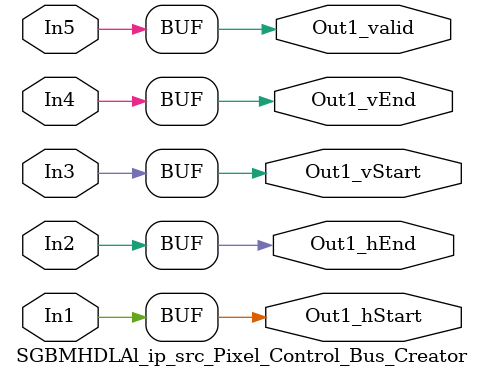
<source format=v>



`timescale 1 ns / 1 ns

module SGBMHDLAl_ip_src_Pixel_Control_Bus_Creator
          (In1,
           In2,
           In3,
           In4,
           In5,
           Out1_hStart,
           Out1_hEnd,
           Out1_vStart,
           Out1_vEnd,
           Out1_valid);


  input   In1;
  input   In2;
  input   In3;
  input   In4;
  input   In5;
  output  Out1_hStart;
  output  Out1_hEnd;
  output  Out1_vStart;
  output  Out1_vEnd;
  output  Out1_valid;




  assign Out1_hStart = In1;

  assign Out1_hEnd = In2;

  assign Out1_vStart = In3;

  assign Out1_vEnd = In4;

  assign Out1_valid = In5;

endmodule  // SGBMHDLAl_ip_src_Pixel_Control_Bus_Creator


</source>
